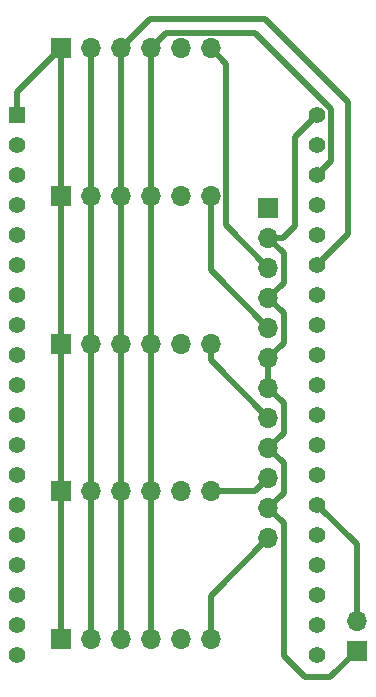
<source format=gbr>
%TF.GenerationSoftware,KiCad,Pcbnew,8.0.4-8.0.4-0~ubuntu24.04.1*%
%TF.CreationDate,2024-09-03T18:29:07+09:00*%
%TF.ProjectId,ESP32,45535033-322e-46b6-9963-61645f706362,rev?*%
%TF.SameCoordinates,Original*%
%TF.FileFunction,Copper,L2,Bot*%
%TF.FilePolarity,Positive*%
%FSLAX46Y46*%
G04 Gerber Fmt 4.6, Leading zero omitted, Abs format (unit mm)*
G04 Created by KiCad (PCBNEW 8.0.4-8.0.4-0~ubuntu24.04.1) date 2024-09-03 18:29:07*
%MOMM*%
%LPD*%
G01*
G04 APERTURE LIST*
%TA.AperFunction,ComponentPad*%
%ADD10R,1.408000X1.408000*%
%TD*%
%TA.AperFunction,ComponentPad*%
%ADD11C,1.408000*%
%TD*%
%TA.AperFunction,ComponentPad*%
%ADD12R,1.700000X1.700000*%
%TD*%
%TA.AperFunction,ComponentPad*%
%ADD13O,1.700000X1.700000*%
%TD*%
%TA.AperFunction,Conductor*%
%ADD14C,0.500000*%
%TD*%
G04 APERTURE END LIST*
D10*
%TO.P,U1,J2_1,3V3*%
%TO.N,+3V3*%
X146235000Y-85845000D03*
D11*
%TO.P,U1,J3_1,GND_J3_1*%
%TO.N,GND1*%
X171635000Y-85845000D03*
%TO.P,U1,J2_2,EN*%
%TO.N,unconnected-(U1-EN-PadJ2_2)*%
X146235000Y-88385000D03*
%TO.P,U1,J3_2,IO23*%
%TO.N,unconnected-(U1-IO23-PadJ3_2)*%
X171635000Y-88385000D03*
%TO.P,U1,J2_3,SENSOR_VP*%
%TO.N,unconnected-(U1-SENSOR_VP-PadJ2_3)*%
X146235000Y-90925000D03*
%TO.P,U1,J3_3,IO22*%
%TO.N,SCL*%
X171635000Y-90925000D03*
%TO.P,U1,J2_4,SENSOR_VN*%
%TO.N,unconnected-(U1-SENSOR_VN-PadJ2_4)*%
X146235000Y-93465000D03*
%TO.P,U1,J3_4,TXD0*%
%TO.N,unconnected-(U1-TXD0-PadJ3_4)*%
X171635000Y-93465000D03*
%TO.P,U1,J2_5,IO34*%
%TO.N,unconnected-(U1-IO34-PadJ2_5)*%
X146235000Y-96005000D03*
%TO.P,U1,J3_5,RXD0*%
%TO.N,unconnected-(U1-RXD0-PadJ3_5)*%
X171635000Y-96005000D03*
%TO.P,U1,J2_6,IO35*%
%TO.N,unconnected-(U1-IO35-PadJ2_6)*%
X146235000Y-98545000D03*
%TO.P,U1,J3_6,IO21*%
%TO.N,SDA*%
X171635000Y-98545000D03*
%TO.P,U1,J2_7,IO32*%
%TO.N,unconnected-(U1-IO32-PadJ2_7)*%
X146235000Y-101085000D03*
%TO.P,U1,J3_7,GND_J3_7*%
%TO.N,unconnected-(U1-GND_J3_7-PadJ3_7)*%
X171635000Y-101085000D03*
%TO.P,U1,J2_8,IO33*%
%TO.N,unconnected-(U1-IO33-PadJ2_8)*%
X146235000Y-103625000D03*
%TO.P,U1,J3_8,IO19*%
%TO.N,Net-(J6-Pin_4)*%
X171635000Y-103625000D03*
%TO.P,U1,J2_9,IO25*%
%TO.N,unconnected-(U1-IO25-PadJ2_9)*%
X146235000Y-106165000D03*
%TO.P,U1,J3_9,IO18*%
%TO.N,Net-(J6-Pin_3)*%
X171635000Y-106165000D03*
%TO.P,U1,J2_10,IO26*%
%TO.N,unconnected-(U1-IO26-PadJ2_10)*%
X146235000Y-108705000D03*
%TO.P,U1,J3_10,IO5*%
%TO.N,Net-(J6-Pin_2)*%
X171635000Y-108705000D03*
%TO.P,U1,J2_11,IO27*%
%TO.N,unconnected-(U1-IO27-PadJ2_11)*%
X146235000Y-111245000D03*
%TO.P,U1,J3_11,IO17*%
%TO.N,Net-(J6-Pin_1)*%
X171635000Y-111245000D03*
%TO.P,U1,J2_12,IO14*%
%TO.N,unconnected-(U1-IO14-PadJ2_12)*%
X146235000Y-113785000D03*
%TO.P,U1,J3_12,IO16*%
%TO.N,unconnected-(U1-IO16-PadJ3_12)*%
X171635000Y-113785000D03*
%TO.P,U1,J2_13,IO12*%
%TO.N,unconnected-(U1-IO12-PadJ2_13)*%
X146235000Y-116325000D03*
%TO.P,U1,J3_13,IO4*%
%TO.N,unconnected-(U1-IO4-PadJ3_13)*%
X171635000Y-116325000D03*
%TO.P,U1,J2_14,GND_J2_14*%
%TO.N,unconnected-(U1-GND_J2_14-PadJ2_14)*%
X146235000Y-118865000D03*
%TO.P,U1,J3_14,IO0*%
%TO.N,Net-(J9-Pin_2)*%
X171635000Y-118865000D03*
%TO.P,U1,J2_15,IO13*%
%TO.N,unconnected-(U1-IO13-PadJ2_15)*%
X146235000Y-121405000D03*
%TO.P,U1,J3_15,IO2*%
%TO.N,unconnected-(U1-IO2-PadJ3_15)*%
X171635000Y-121405000D03*
%TO.P,U1,J2_16,SD2*%
%TO.N,unconnected-(U1-SD2-PadJ2_16)*%
X146235000Y-123945000D03*
%TO.P,U1,J3_16,IO15*%
%TO.N,unconnected-(U1-IO15-PadJ3_16)*%
X171635000Y-123945000D03*
%TO.P,U1,J2_17,SD3*%
%TO.N,unconnected-(U1-SD3-PadJ2_17)*%
X146235000Y-126485000D03*
%TO.P,U1,J3_17,SD1*%
%TO.N,unconnected-(U1-SD1-PadJ3_17)*%
X171635000Y-126485000D03*
%TO.P,U1,J2_18,CMD*%
%TO.N,unconnected-(U1-CMD-PadJ2_18)*%
X146235000Y-129025000D03*
%TO.P,U1,J3_18,SD0*%
%TO.N,unconnected-(U1-SD0-PadJ3_18)*%
X171635000Y-129025000D03*
%TO.P,U1,J2_19,EXT_5V*%
%TO.N,VIN*%
X146235000Y-131565000D03*
%TO.P,U1,J3_19,CLK*%
%TO.N,unconnected-(U1-CLK-PadJ3_19)*%
X171635000Y-131565000D03*
%TD*%
D12*
%TO.P,J9,1,Pin_1*%
%TO.N,GND1*%
X175000000Y-131250000D03*
D13*
%TO.P,J9,2,Pin_2*%
%TO.N,Net-(J9-Pin_2)*%
X175000000Y-128710000D03*
%TD*%
%TO.P,J7,12,Pin_12*%
%TO.N,VCC1*%
X167500000Y-121690000D03*
%TO.P,J7,11,Pin_11*%
%TO.N,GND1*%
X167500000Y-119150000D03*
%TO.P,J7,10,Pin_10*%
%TO.N,VCC2*%
X167500000Y-116610000D03*
%TO.P,J7,9,Pin_9*%
%TO.N,GND1*%
X167500000Y-114070000D03*
%TO.P,J7,8,Pin_8*%
%TO.N,VCC3*%
X167500000Y-111530000D03*
%TO.P,J7,7,Pin_7*%
%TO.N,GND1*%
X167500000Y-108990000D03*
%TO.P,J7,6,Pin_6*%
X167500000Y-106450000D03*
%TO.P,J7,5,Pin_5*%
%TO.N,VCC4*%
X167500000Y-103910000D03*
%TO.P,J7,4,Pin_4*%
%TO.N,GND1*%
X167500000Y-101370000D03*
%TO.P,J7,3,Pin_3*%
%TO.N,VCC5*%
X167500000Y-98830000D03*
%TO.P,J7,2,Pin_2*%
%TO.N,GND1*%
X167500000Y-96290000D03*
D12*
%TO.P,J7,1,Pin_1*%
%TO.N,VIN*%
X167500000Y-93750000D03*
%TD*%
%TO.P,J1,1,Pin_1*%
%TO.N,+3V3*%
X149900000Y-130250000D03*
D13*
%TO.P,J1,2,Pin_2*%
%TO.N,GND1*%
X152440000Y-130250000D03*
%TO.P,J1,3,Pin_3*%
%TO.N,SDA*%
X154980000Y-130250000D03*
%TO.P,J1,4,Pin_4*%
%TO.N,SCL*%
X157520000Y-130250000D03*
%TO.P,J1,5,Pin_5*%
%TO.N,unconnected-(J1-Pin_5-Pad5)*%
X160060000Y-130250000D03*
%TO.P,J1,6,Pin_6*%
%TO.N,VCC1*%
X162600000Y-130250000D03*
%TD*%
D12*
%TO.P,J5,1,Pin_1*%
%TO.N,+3V3*%
X149900000Y-80250000D03*
D13*
%TO.P,J5,2,Pin_2*%
%TO.N,GND1*%
X152440000Y-80250000D03*
%TO.P,J5,3,Pin_3*%
%TO.N,SDA*%
X154980000Y-80250000D03*
%TO.P,J5,4,Pin_4*%
%TO.N,SCL*%
X157520000Y-80250000D03*
%TO.P,J5,5,Pin_5*%
%TO.N,unconnected-(J5-Pin_5-Pad5)*%
X160060000Y-80250000D03*
%TO.P,J5,6,Pin_6*%
%TO.N,VCC5*%
X162600000Y-80250000D03*
%TD*%
D12*
%TO.P,J3,1,Pin_1*%
%TO.N,+3V3*%
X149900000Y-105250000D03*
D13*
%TO.P,J3,2,Pin_2*%
%TO.N,GND1*%
X152440000Y-105250000D03*
%TO.P,J3,3,Pin_3*%
%TO.N,SDA*%
X154980000Y-105250000D03*
%TO.P,J3,4,Pin_4*%
%TO.N,SCL*%
X157520000Y-105250000D03*
%TO.P,J3,5,Pin_5*%
%TO.N,unconnected-(J3-Pin_5-Pad5)*%
X160060000Y-105250000D03*
%TO.P,J3,6,Pin_6*%
%TO.N,VCC3*%
X162600000Y-105250000D03*
%TD*%
D12*
%TO.P,J4,1,Pin_1*%
%TO.N,+3V3*%
X149900000Y-92750000D03*
D13*
%TO.P,J4,2,Pin_2*%
%TO.N,GND1*%
X152440000Y-92750000D03*
%TO.P,J4,3,Pin_3*%
%TO.N,SDA*%
X154980000Y-92750000D03*
%TO.P,J4,4,Pin_4*%
%TO.N,SCL*%
X157520000Y-92750000D03*
%TO.P,J4,5,Pin_5*%
%TO.N,unconnected-(J4-Pin_5-Pad5)*%
X160060000Y-92750000D03*
%TO.P,J4,6,Pin_6*%
%TO.N,VCC4*%
X162600000Y-92750000D03*
%TD*%
D12*
%TO.P,J2,1,Pin_1*%
%TO.N,+3V3*%
X149900000Y-117750000D03*
D13*
%TO.P,J2,2,Pin_2*%
%TO.N,GND1*%
X152440000Y-117750000D03*
%TO.P,J2,3,Pin_3*%
%TO.N,SDA*%
X154980000Y-117750000D03*
%TO.P,J2,4,Pin_4*%
%TO.N,SCL*%
X157520000Y-117750000D03*
%TO.P,J2,5,Pin_5*%
%TO.N,unconnected-(J2-Pin_5-Pad5)*%
X160060000Y-117750000D03*
%TO.P,J2,6,Pin_6*%
%TO.N,VCC2*%
X162600000Y-117750000D03*
%TD*%
D14*
%TO.N,SDA*%
X154980000Y-80250000D02*
X157480000Y-77750000D01*
X157480000Y-77750000D02*
X167250000Y-77750000D01*
X167250000Y-77750000D02*
X174250000Y-84750000D01*
X174250000Y-84750000D02*
X174250000Y-95930000D01*
X174250000Y-95930000D02*
X171635000Y-98545000D01*
%TO.N,SCL*%
X171635000Y-90925000D02*
X172789000Y-89771000D01*
X172789000Y-89771000D02*
X172789000Y-85366997D01*
X172789000Y-85366997D02*
X166372003Y-78950000D01*
X166372003Y-78950000D02*
X158820000Y-78950000D01*
X158820000Y-78950000D02*
X157520000Y-80250000D01*
%TO.N,GND1*%
X175000000Y-131250000D02*
X172750000Y-133500000D01*
X172750000Y-133500000D02*
X170593998Y-133500000D01*
X170593998Y-133500000D02*
X168800000Y-131706002D01*
X168800000Y-131706002D02*
X168800000Y-120450000D01*
X168800000Y-120450000D02*
X167500000Y-119150000D01*
%TO.N,Net-(J9-Pin_2)*%
X175000000Y-128710000D02*
X175000000Y-122230000D01*
X175000000Y-122230000D02*
X171635000Y-118865000D01*
%TO.N,GND1*%
X167500000Y-114070000D02*
X168800000Y-115370000D01*
X168800000Y-115370000D02*
X168800000Y-117850000D01*
X168800000Y-117850000D02*
X167500000Y-119150000D01*
X167500000Y-108990000D02*
X168800000Y-110290000D01*
X168800000Y-110290000D02*
X168800000Y-112770000D01*
X168800000Y-112770000D02*
X167500000Y-114070000D01*
X167500000Y-106450000D02*
X167500000Y-108990000D01*
X167500000Y-101370000D02*
X168800000Y-102670000D01*
X168800000Y-102670000D02*
X168800000Y-105150000D01*
X168800000Y-105150000D02*
X167500000Y-106450000D01*
X167500000Y-96290000D02*
X168800000Y-97590000D01*
X168800000Y-97590000D02*
X168800000Y-100070000D01*
X168800000Y-100070000D02*
X167500000Y-101370000D01*
X171635000Y-85845000D02*
X169750000Y-87730000D01*
X169750000Y-87730000D02*
X169750000Y-95250000D01*
X169750000Y-95250000D02*
X168710000Y-96290000D01*
X168710000Y-96290000D02*
X167500000Y-96290000D01*
%TO.N,VCC5*%
X162600000Y-80250000D02*
X163900000Y-81550000D01*
X163900000Y-81550000D02*
X163900000Y-95230000D01*
X163900000Y-95230000D02*
X167500000Y-98830000D01*
%TO.N,+3V3*%
X149900000Y-80250000D02*
X149900000Y-130250000D01*
X146235000Y-85845000D02*
X146235000Y-83915000D01*
X146235000Y-83915000D02*
X149900000Y-80250000D01*
%TO.N,VCC4*%
X162600000Y-92750000D02*
X162600000Y-99010000D01*
X162600000Y-99010000D02*
X167500000Y-103910000D01*
%TO.N,VCC3*%
X162600000Y-105250000D02*
X162600000Y-106630000D01*
X162600000Y-106630000D02*
X167500000Y-111530000D01*
%TO.N,VCC2*%
X162600000Y-117750000D02*
X166360000Y-117750000D01*
X166360000Y-117750000D02*
X167500000Y-116610000D01*
%TO.N,VCC1*%
X162600000Y-130250000D02*
X162600000Y-126590000D01*
X162600000Y-126590000D02*
X167500000Y-121690000D01*
%TO.N,SCL*%
X157520000Y-80250000D02*
X157520000Y-130250000D01*
%TO.N,SDA*%
X154980000Y-130250000D02*
X154980000Y-80250000D01*
%TO.N,GND1*%
X152440000Y-80250000D02*
X152440000Y-130250000D01*
%TD*%
M02*

</source>
